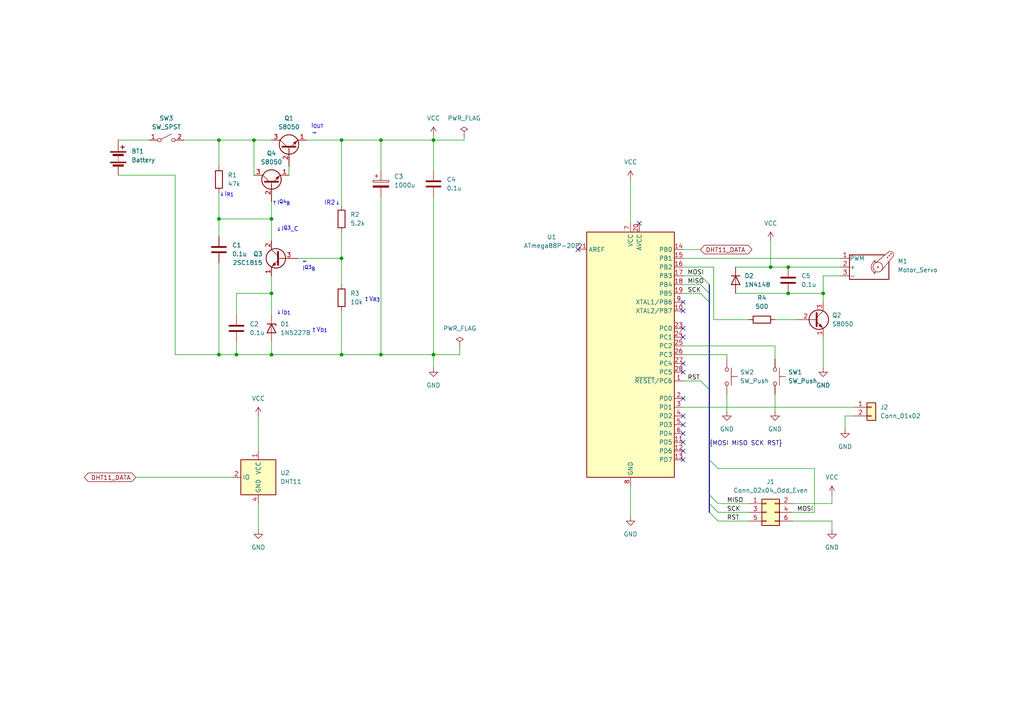
<source format=kicad_sch>
(kicad_sch (version 20230121) (generator eeschema)
  (paper "A4")
  (lib_symbols
    (symbol "Connector_Generic:Conn_01x02" (pin_names (offset 1.016) hide)
      (property "Reference" "J" (at 0 2.54 0))
      (property "Value" "Conn_01x02" (at 0 -5.08 0))
      (symbol "Conn_01x02_1_1"
        (rectangle (start -1.27 -2.413) (end 0 -2.667) (stroke (width 0.1524)))
        (rectangle (start -1.27 0.127) (end 0 -0.127) (stroke (width 0.1524)))
        (rectangle (start -1.27 1.27) (end 1.27 -3.81) (stroke (width 0.254)) (fill (type background)))
        (pin passive line (at -5.08 0 0) (length 3.81) (name "Pin_1") (number "1"))
        (pin passive line (at -5.08 -2.54 0) (length 3.81) (name "Pin_2") (number "2"))
      )
    )
    (symbol "Connector_Generic:Conn_02x03_Odd_Even" (pin_names (offset 1.016) hide)
      (property "Reference" "J" (at 1.27 5.08 0))
      (property "Value" "Conn_02x03_Odd_Even" (at 1.27 -5.08 0))
      (symbol "Conn_02x03_Odd_Even_1_1"
        (rectangle (start -1.27 -2.413) (end 0 -2.667) (stroke (width 0.1524)))
        (rectangle (start -1.27 0.127) (end 0 -0.127) (stroke (width 0.1524)))
        (rectangle (start -1.27 2.667) (end 0 2.413) (stroke (width 0.1524)))
        (rectangle (start -1.27 3.81) (end 3.81 -3.81) (stroke (width 0.254)) (fill (type background)))
        (rectangle (start 3.81 -2.413) (end 2.54 -2.667) (stroke (width 0.1524)))
        (rectangle (start 3.81 0.127) (end 2.54 -0.127) (stroke (width 0.1524)))
        (rectangle (start 3.81 2.667) (end 2.54 2.413) (stroke (width 0.1524)))
        (pin passive line (at -5.08 2.54 0) (length 3.81) (name "Pin_1") (number "1"))
        (pin passive line (at 7.62 2.54 180) (length 3.81) (name "Pin_2") (number "2"))
        (pin passive line (at -5.08 0 0) (length 3.81) (name "Pin_3") (number "3"))
        (pin passive line (at 7.62 0 180) (length 3.81) (name "Pin_4") (number "4"))
        (pin passive line (at -5.08 -2.54 0) (length 3.81) (name "Pin_5") (number "5"))
        (pin passive line (at 7.62 -2.54 180) (length 3.81) (name "Pin_6") (number "6"))
      )
    )
    (symbol "Device:Battery" (pin_numbers hide) (pin_names (offset 0) hide)
      (property "Reference" "BT" (at 2.54 2.54 0))
      (property "Value" "Battery" (at 2.54 0 0))
      (symbol "Battery_0_1"
        (rectangle (start -2.286 -1.27) (end 2.286 -1.524) (fill (type outline)))
        (rectangle (start -2.286 1.778) (end 2.286 1.524) (fill (type outline)))
        (rectangle (start -1.524 -2.032) (end 1.524 -2.54) (fill (type outline)))
        (rectangle (start -1.524 1.016) (end 1.524 0.508) (fill (type outline)))
        (polyline (pts (xy 0 -1.016) (xy 0 -0.762)))
        (polyline (pts (xy 0 -0.508) (xy 0 -0.254)))
        (polyline (pts (xy 0 0) (xy 0 0.254)))
        (polyline (pts (xy 0 1.778) (xy 0 2.54)))
        (polyline (pts (xy 0.762 3.048) (xy 1.778 3.048)) (stroke (width 0.254)))
        (polyline (pts (xy 1.27 3.556) (xy 1.27 2.54)) (stroke (width 0.254)))
      )
      (symbol "Battery_1_1"
        (pin passive line (at 0 5.08 270) (length 2.54) (name "+") (number "1"))
        (pin passive line (at 0 -5.08 90) (length 2.54) (name "-") (number "2"))
      )
    )
    (symbol "Device:C" (pin_numbers hide) (pin_names (offset 0.254))
      (property "Reference" "C" (at 0.635 2.54 0))
      (property "Value" "C" (at 0.635 -2.54 0))
      (symbol "C_0_1"
        (polyline (pts (xy -2.032 -0.762) (xy 2.032 -0.762)) (stroke (width 0.508)))
        (polyline (pts (xy -2.032 0.762) (xy 2.032 0.762)) (stroke (width 0.508)))
      )
      (symbol "C_1_1"
        (pin passive line (at 0 3.81 270) (length 2.794) (name "~") (number "1"))
        (pin passive line (at 0 -3.81 90) (length 2.794) (name "~") (number "2"))
      )
    )
    (symbol "Device:C_Polarized" (pin_numbers hide) (pin_names (offset 0.254))
      (property "Reference" "C" (at 0.635 2.54 0))
      (property "Value" "C_Polarized" (at 0.635 -2.54 0))
      (symbol "C_Polarized_0_1"
        (rectangle (start -2.286 0.508) (end 2.286 1.016))
        (polyline (pts (xy -1.778 2.286) (xy -0.762 2.286)))
        (polyline (pts (xy -1.27 2.794) (xy -1.27 1.778)))
        (rectangle (start 2.286 -0.508) (end -2.286 -1.016) (fill (type outline)))
      )
      (symbol "C_Polarized_1_1"
        (pin passive line (at 0 3.81 270) (length 2.794) (name "~") (number "1"))
        (pin passive line (at 0 -3.81 90) (length 2.794) (name "~") (number "2"))
      )
    )
    (symbol "Device:D" (pin_numbers hide) (pin_names (offset 1.016) hide)
      (property "Reference" "D" (at 0 2.54 0))
      (property "Value" "D" (at 0 -2.54 0))
      (symbol "D_0_1"
        (polyline (pts (xy -1.27 1.27) (xy -1.27 -1.27)) (stroke (width 0.254)))
        (polyline (pts (xy 1.27 0) (xy -1.27 0)))
        (polyline (pts (xy 1.27 1.27) (xy 1.27 -1.27) (xy -1.27 0) (xy 1.27 1.27)) (stroke (width 0.254)))
      )
      (symbol "D_1_1"
        (pin passive line (at -3.81 0 0) (length 2.54) (name "K") (number "1"))
        (pin passive line (at 3.81 0 180) (length 2.54) (name "A") (number "2"))
      )
    )
    (symbol "Device:D_Zener" (pin_numbers hide) (pin_names (offset 1.016) hide)
      (property "Reference" "D" (at 0 2.54 0))
      (property "Value" "D_Zener" (at 0 -2.54 0))
      (symbol "D_Zener_0_1"
        (polyline (pts (xy 1.27 0) (xy -1.27 0)))
        (polyline (pts (xy -1.27 -1.27) (xy -1.27 1.27) (xy -0.762 1.27)) (stroke (width 0.254)))
        (polyline (pts (xy 1.27 -1.27) (xy 1.27 1.27) (xy -1.27 0) (xy 1.27 -1.27)) (stroke (width 0.254)))
      )
      (symbol "D_Zener_1_1"
        (pin passive line (at -3.81 0 0) (length 2.54) (name "K") (number "1"))
        (pin passive line (at 3.81 0 180) (length 2.54) (name "A") (number "2"))
      )
    )
    (symbol "Device:R" (pin_numbers hide) (pin_names (offset 0))
      (property "Reference" "R" (at 2.032 0 90))
      (property "Value" "R" (at 0 0 90))
      (symbol "R_0_1"
        (rectangle (start -1.016 -2.54) (end 1.016 2.54) (stroke (width 0.254)))
      )
      (symbol "R_1_1"
        (pin passive line (at 0 3.81 270) (length 1.27) (name "~") (number "1"))
        (pin passive line (at 0 -3.81 90) (length 1.27) (name "~") (number "2"))
      )
    )
    (symbol "MCU_Microchip_ATmega:ATmega88P-20P"
      (property "Reference" "U" (at -12.7 36.83 0))
      (property "Value" "ATmega88P-20P" (at 2.54 -36.83 0))
      (symbol "ATmega88P-20P_0_1"
        (rectangle (start -12.7 -35.56) (end 12.7 35.56) (stroke (width 0.254)) (fill (type background)))
      )
      (symbol "ATmega88P-20P_1_1"
        (pin bidirectional line (at 15.24 -7.62 180) (length 2.54) (name "~{RESET}/PC6") (number "1"))
        (pin bidirectional line (at 15.24 12.7 180) (length 2.54) (name "XTAL2/PB7") (number "10"))
        (pin bidirectional line (at 15.24 -25.4 180) (length 2.54) (name "PD5") (number "11"))
        (pin bidirectional line (at 15.24 -27.94 180) (length 2.54) (name "PD6") (number "12"))
        (pin bidirectional line (at 15.24 -30.48 180) (length 2.54) (name "PD7") (number "13"))
        (pin bidirectional line (at 15.24 30.48 180) (length 2.54) (name "PB0") (number "14"))
        (pin bidirectional line (at 15.24 27.94 180) (length 2.54) (name "PB1") (number "15"))
        (pin bidirectional line (at 15.24 25.4 180) (length 2.54) (name "PB2") (number "16"))
        (pin bidirectional line (at 15.24 22.86 180) (length 2.54) (name "PB3") (number "17"))
        (pin bidirectional line (at 15.24 20.32 180) (length 2.54) (name "PB4") (number "18"))
        (pin bidirectional line (at 15.24 17.78 180) (length 2.54) (name "PB5") (number "19"))
        (pin bidirectional line (at 15.24 -12.7 180) (length 2.54) (name "PD0") (number "2"))
        (pin power_in line (at 2.54 38.1 270) (length 2.54) (name "AVCC") (number "20"))
        (pin passive line (at -15.24 30.48 0) (length 2.54) (name "AREF") (number "21"))
        (pin passive line (at 0 -38.1 90) (length 2.54) hide (name "GND") (number "22"))
        (pin bidirectional line (at 15.24 7.62 180) (length 2.54) (name "PC0") (number "23"))
        (pin bidirectional line (at 15.24 5.08 180) (length 2.54) (name "PC1") (number "24"))
        (pin bidirectional line (at 15.24 2.54 180) (length 2.54) (name "PC2") (number "25"))
        (pin bidirectional line (at 15.24 0 180) (length 2.54) (name "PC3") (number "26"))
        (pin bidirectional line (at 15.24 -2.54 180) (length 2.54) (name "PC4") (number "27"))
        (pin bidirectional line (at 15.24 -5.08 180) (length 2.54) (name "PC5") (number "28"))
        (pin bidirectional line (at 15.24 -15.24 180) (length 2.54) (name "PD1") (number "3"))
        (pin bidirectional line (at 15.24 -17.78 180) (length 2.54) (name "PD2") (number "4"))
        (pin bidirectional line (at 15.24 -20.32 180) (length 2.54) (name "PD3") (number "5"))
        (pin bidirectional line (at 15.24 -22.86 180) (length 2.54) (name "PD4") (number "6"))
        (pin power_in line (at 0 38.1 270) (length 2.54) (name "VCC") (number "7"))
        (pin power_in line (at 0 -38.1 90) (length 2.54) (name "GND") (number "8"))
        (pin bidirectional line (at 15.24 15.24 180) (length 2.54) (name "XTAL1/PB6") (number "9"))
      )
    )
    (symbol "Motor:Motor_Servo" (pin_names (offset 0.0254))
      (property "Reference" "M" (at -5.08 4.445 0))
      (property "Value" "Motor_Servo" (at -5.08 -4.064 0))
      (symbol "Motor_Servo_0_1"
        (polyline (pts (xy 2.413 -1.778) (xy 2.032 -1.778)))
        (polyline (pts (xy 2.413 -1.778) (xy 2.286 -1.397)))
        (polyline (pts (xy 2.413 1.778) (xy 1.905 1.778)))
        (polyline (pts (xy 2.413 1.778) (xy 2.286 1.397)))
        (polyline (pts (xy 6.35 4.445) (xy 2.54 1.27)))
        (polyline (pts (xy 7.62 3.175) (xy 4.191 -1.016)))
        (polyline (pts (xy 5.08 3.556) (xy -5.08 3.556) (xy -5.08 -3.556) (xy 6.35 -3.556) (xy 6.35 1.524)) (stroke (width 0.254)))
        (arc (start 2.413 1.778) (mid 1.2406 0) (end 2.413 -1.778))
        (circle (center 3.175 0) (radius 0.1778))
        (circle (center 3.175 0) (radius 1.4224))
        (circle (center 5.969 2.794) (radius 0.127))
        (circle (center 6.477 3.302) (radius 0.127))
        (circle (center 6.985 3.81) (radius 0.127))
        (arc (start 7.62 3.175) (mid 7.4485 4.2735) (end 6.35 4.445))
      )
      (symbol "Motor_Servo_1_1"
        (pin passive line (at -7.62 2.54 0) (length 2.54) (name "PWM") (number "1"))
        (pin passive line (at -7.62 0 0) (length 2.54) (name "+") (number "2"))
        (pin passive line (at -7.62 -2.54 0) (length 2.54) (name "-") (number "3"))
      )
    )
    (symbol "Sensor:DHT11"
      (property "Reference" "U" (at -3.81 6.35 0))
      (property "Value" "DHT11" (at 3.81 6.35 0))
      (symbol "DHT11_0_1"
        (rectangle (start -5.08 5.08) (end 5.08 -5.08) (stroke (width 0.254)) (fill (type background)))
      )
      (symbol "DHT11_1_1"
        (pin power_in line (at 0 7.62 270) (length 2.54) (name "VCC") (number "1"))
        (pin bidirectional line (at 7.62 0 180) (length 2.54) (name "IO") (number "2"))
        (pin no_connect line (at -5.08 0 0) (length 2.54) hide (name "NC") (number "3"))
        (pin power_in line (at 0 -7.62 90) (length 2.54) (name "GND") (number "4"))
      )
    )
    (symbol "Switch:SW_Push" (pin_numbers hide) (pin_names (offset 1.016) hide)
      (property "Reference" "SW" (at 1.27 2.54 0))
      (property "Value" "SW_Push" (at 0 -1.524 0))
      (symbol "SW_Push_0_1"
        (circle (center -2.032 0) (radius 0.508))
        (polyline (pts (xy 0 1.27) (xy 0 3.048)))
        (polyline (pts (xy 2.54 1.27) (xy -2.54 1.27)))
        (circle (center 2.032 0) (radius 0.508))
        (pin passive line (at -5.08 0 0) (length 2.54) (name "1") (number "1"))
        (pin passive line (at 5.08 0 180) (length 2.54) (name "2") (number "2"))
      )
    )
    (symbol "Switch:SW_SPST" (pin_names (offset 0) hide)
      (property "Reference" "SW" (at 0 3.175 0))
      (property "Value" "SW_SPST" (at 0 -2.54 0))
      (symbol "SW_SPST_0_0"
        (circle (center -2.032 0) (radius 0.508))
        (polyline (pts (xy -1.524 0.254) (xy 1.524 1.778)))
        (circle (center 2.032 0) (radius 0.508))
      )
      (symbol "SW_SPST_1_1"
        (pin passive line (at -5.08 0 0) (length 2.54) (name "A") (number "1"))
        (pin passive line (at 5.08 0 180) (length 2.54) (name "B") (number "2"))
      )
    )
    (symbol "Transistor_BJT:2SC1815" (pin_names (offset 0) hide)
      (property "Reference" "Q" (at 5.08 1.905 0))
      (property "Value" "2SC1815" (at 5.08 0 0))
      (symbol "2SC1815_0_1"
        (polyline (pts (xy 0 0) (xy 0.508 0)))
        (polyline (pts (xy 0.635 0.635) (xy 2.54 2.54)))
        (polyline (pts (xy 0.635 -0.635) (xy 2.54 -2.54) (xy 2.54 -2.54)))
        (polyline (pts (xy 0.635 1.905) (xy 0.635 -1.905) (xy 0.635 -1.905)) (stroke (width 0.508)))
        (polyline (pts (xy 1.27 -1.778) (xy 1.778 -1.27) (xy 2.286 -2.286) (xy 1.27 -1.778) (xy 1.27 -1.778)) (fill (type outline)))
        (circle (center 1.27 0) (radius 2.8194) (stroke (width 0.254)))
      )
      (symbol "2SC1815_1_1"
        (pin passive line (at 2.54 -5.08 90) (length 2.54) (name "E") (number "1"))
        (pin passive line (at 2.54 5.08 270) (length 2.54) (name "C") (number "2"))
        (pin input line (at -5.08 0 0) (length 5.08) (name "B") (number "3"))
      )
    )
    (symbol "Transistor_BJT:S8050" (pin_names (offset 0) hide)
      (property "Reference" "Q" (at 5.08 1.905 0))
      (property "Value" "S8050" (at 5.08 0 0))
      (symbol "S8050_0_1"
        (polyline (pts (xy 0 0) (xy 0.635 0)))
        (polyline (pts (xy 0.635 0.635) (xy 2.54 2.54)))
        (polyline (pts (xy 0.635 -0.635) (xy 2.54 -2.54) (xy 2.54 -2.54)))
        (polyline (pts (xy 0.635 1.905) (xy 0.635 -1.905) (xy 0.635 -1.905)) (stroke (width 0.508)))
        (polyline (pts (xy 1.27 -1.778) (xy 1.778 -1.27) (xy 2.286 -2.286) (xy 1.27 -1.778) (xy 1.27 -1.778)) (fill (type outline)))
        (circle (center 1.27 0) (radius 2.8194) (stroke (width 0.254)))
      )
      (symbol "S8050_1_1"
        (pin passive line (at 2.54 -5.08 90) (length 2.54) (name "E") (number "1"))
        (pin input line (at -5.08 0 0) (length 5.08) (name "B") (number "2"))
        (pin passive line (at 2.54 5.08 270) (length 2.54) (name "C") (number "3"))
      )
    )
    (symbol "power:GND" (power) (pin_names (offset 0))
      (property "Value" "GND" (at 0 -3.81 0))
      (symbol "GND_0_1"
        (polyline (pts (xy 0 0) (xy 0 -1.27) (xy 1.27 -1.27) (xy 0 -2.54) (xy -1.27 -1.27) (xy 0 -1.27)))
      )
      (symbol "GND_1_1"
        (pin power_in line (at 0 0 270) (length 0) hide (name "GND") (number "1"))
      )
    )
    (symbol "power:PWR_FLAG" (power) (pin_numbers hide) (pin_names (offset 0) hide)
      (property "Value" "PWR_FLAG" (at 0 3.81 0))
      (symbol "PWR_FLAG_0_0"
        (pin power_out line (at 0 0 90) (length 0) (name "pwr") (number "1"))
      )
      (symbol "PWR_FLAG_0_1"
        (polyline (pts (xy 0 0) (xy 0 1.27) (xy -1.016 1.905) (xy 0 2.54) (xy 1.016 1.905) (xy 0 1.27)))
      )
    )
    (symbol "power:VCC" (power) (pin_names (offset 0))
      (property "Value" "VCC" (at 0 3.81 0))
      (symbol "VCC_0_1"
        (polyline (pts (xy -0.762 1.27) (xy 0 2.54)))
        (polyline (pts (xy 0 0) (xy 0 2.54)))
        (polyline (pts (xy 0 2.54) (xy 0.762 1.27)))
      )
      (symbol "VCC_1_1"
        (pin power_in line (at 0 0 90) (length 0) hide (name "VCC") (number "1"))
      )
    )
  )
  (junction (at 110.49 102.87))
  (junction (at 73.66 40.64))
  (junction (at 63.5 102.87))
  (junction (at 228.6 85.09))
  (junction (at 228.6 77.47))
  (junction (at 99.06 40.64))
  (junction (at 68.58 102.87))
  (junction (at 125.73 102.87))
  (junction (at 78.74 102.87))
  (junction (at 99.06 102.87))
  (junction (at 110.49 40.64))
  (junction (at 125.73 40.64))
  (junction (at 63.5 63.5))
  (junction (at 99.06 74.93))
  (junction (at 78.74 63.5))
  (junction (at 238.76 85.09))
  (junction (at 223.52 77.47))
  (junction (at 78.74 85.09))
  (junction (at 63.5 40.64))
  (no_connect (at 198.12 130.81))
  (no_connect (at 198.12 123.19))
  (no_connect (at 198.12 87.63))
  (no_connect (at 198.12 125.73))
  (no_connect (at 185.42 64.77))
  (no_connect (at 198.12 107.95))
  (no_connect (at 198.12 133.35))
  (no_connect (at 167.64 72.39))
  (no_connect (at 198.12 95.25))
  (no_connect (at 198.12 97.79))
  (no_connect (at 198.12 120.65))
  (no_connect (at 198.12 128.27))
  (no_connect (at 198.12 90.17))
  (no_connect (at 198.12 105.41))
  (no_connect (at 198.12 115.57))
  (bus_entry (at 203.2 80.01) (size 2.54 2.54))
  (bus_entry (at 205.74 148.59) (size 2.54 2.54))
  (bus_entry (at 205.74 133.35) (size 2.54 2.54))
  (bus_entry (at 203.2 110.49) (size 2.54 2.54))
  (bus_entry (at 205.74 143.51) (size 2.54 2.54))
  (bus_entry (at 203.2 82.55) (size 2.54 2.54))
  (bus_entry (at 205.74 146.05) (size 2.54 2.54))
  (bus_entry (at 203.2 85.09) (size 2.54 2.54))
  (wire (pts (xy 228.6 85.09) (xy 238.76 85.09)))
  (wire (pts (xy 245.11 120.65) (xy 245.11 124.46)))
  (wire (pts (xy 88.9 40.64) (xy 99.06 40.64)))
  (wire (pts (xy 110.49 40.64) (xy 125.73 40.64)))
  (wire (pts (xy 247.65 120.65) (xy 245.11 120.65)))
  (wire (pts (xy 208.28 146.05) (xy 217.17 146.05)))
  (wire (pts (xy 229.87 151.13) (xy 241.3 151.13)))
  (wire (pts (xy 63.5 40.64) (xy 73.66 40.64)))
  (wire (pts (xy 78.74 63.5) (xy 63.5 63.5)))
  (wire (pts (xy 63.5 63.5) (xy 63.5 68.58)))
  (bus (pts (xy 205.74 113.03) (xy 205.74 133.35)))
  (wire (pts (xy 125.73 102.87) (xy 125.73 106.68)))
  (wire (pts (xy 134.62 39.37) (xy 134.62 40.64)))
  (wire (pts (xy 125.73 40.64) (xy 125.73 49.53)))
  (wire (pts (xy 182.88 52.07) (xy 182.88 64.77)))
  (wire (pts (xy 241.3 151.13) (xy 241.3 153.67)))
  (wire (pts (xy 125.73 57.15) (xy 125.73 102.87)))
  (wire (pts (xy 198.12 82.55) (xy 203.2 82.55)))
  (wire (pts (xy 238.76 80.01) (xy 243.84 80.01)))
  (wire (pts (xy 110.49 57.15) (xy 110.49 102.87)))
  (wire (pts (xy 198.12 74.93) (xy 243.84 74.93)))
  (wire (pts (xy 78.74 58.42) (xy 78.74 63.5)))
  (wire (pts (xy 73.66 40.64) (xy 78.74 40.64)))
  (wire (pts (xy 110.49 40.64) (xy 110.49 49.53)))
  (wire (pts (xy 99.06 74.93) (xy 99.06 82.55)))
  (wire (pts (xy 198.12 77.47) (xy 207.01 77.47)))
  (wire (pts (xy 238.76 87.63) (xy 238.76 85.09)))
  (wire (pts (xy 182.88 140.97) (xy 182.88 149.86)))
  (wire (pts (xy 223.52 69.85) (xy 223.52 77.47)))
  (wire (pts (xy 34.29 40.64) (xy 43.18 40.64)))
  (wire (pts (xy 63.5 76.2) (xy 63.5 102.87)))
  (wire (pts (xy 83.82 48.26) (xy 83.82 50.8)))
  (wire (pts (xy 53.34 40.64) (xy 63.5 40.64)))
  (wire (pts (xy 78.74 63.5) (xy 78.74 69.85)))
  (wire (pts (xy 110.49 102.87) (xy 125.73 102.87)))
  (wire (pts (xy 50.8 50.8) (xy 50.8 102.87)))
  (wire (pts (xy 210.82 102.87) (xy 210.82 104.14)))
  (wire (pts (xy 99.06 67.31) (xy 99.06 74.93)))
  (wire (pts (xy 99.06 40.64) (xy 110.49 40.64)))
  (wire (pts (xy 224.79 114.3) (xy 224.79 119.38)))
  (wire (pts (xy 63.5 48.26) (xy 63.5 40.64)))
  (wire (pts (xy 241.3 143.51) (xy 241.3 146.05)))
  (wire (pts (xy 78.74 80.01) (xy 78.74 85.09)))
  (wire (pts (xy 198.12 100.33) (xy 224.79 100.33)))
  (wire (pts (xy 229.87 146.05) (xy 241.3 146.05)))
  (wire (pts (xy 198.12 102.87) (xy 210.82 102.87)))
  (wire (pts (xy 236.22 135.89) (xy 236.22 148.59)))
  (bus (pts (xy 205.74 133.35) (xy 205.74 143.51)))
  (wire (pts (xy 74.93 146.05) (xy 74.93 153.67)))
  (wire (pts (xy 68.58 85.09) (xy 68.58 91.44)))
  (wire (pts (xy 198.12 85.09) (xy 203.2 85.09)))
  (wire (pts (xy 39.37 138.43) (xy 67.31 138.43)))
  (wire (pts (xy 208.28 148.59) (xy 217.17 148.59)))
  (wire (pts (xy 99.06 40.64) (xy 99.06 59.69)))
  (wire (pts (xy 34.29 50.8) (xy 50.8 50.8)))
  (wire (pts (xy 78.74 85.09) (xy 68.58 85.09)))
  (wire (pts (xy 74.93 120.65) (xy 74.93 130.81)))
  (wire (pts (xy 68.58 102.87) (xy 78.74 102.87)))
  (wire (pts (xy 236.22 148.59) (xy 229.87 148.59)))
  (bus (pts (xy 205.74 146.05) (xy 205.74 148.59)))
  (bus (pts (xy 205.74 85.09) (xy 205.74 87.63)))
  (wire (pts (xy 134.62 40.64) (xy 125.73 40.64)))
  (wire (pts (xy 125.73 39.37) (xy 125.73 40.64)))
  (wire (pts (xy 224.79 92.71) (xy 231.14 92.71)))
  (wire (pts (xy 208.28 135.89) (xy 236.22 135.89)))
  (wire (pts (xy 198.12 118.11) (xy 247.65 118.11)))
  (wire (pts (xy 73.66 50.8) (xy 73.66 40.64)))
  (wire (pts (xy 78.74 85.09) (xy 78.74 91.44)))
  (bus (pts (xy 205.74 87.63) (xy 205.74 113.03)))
  (wire (pts (xy 238.76 85.09) (xy 238.76 80.01)))
  (wire (pts (xy 198.12 110.49) (xy 203.2 110.49)))
  (wire (pts (xy 63.5 55.88) (xy 63.5 63.5)))
  (wire (pts (xy 224.79 100.33) (xy 224.79 104.14)))
  (wire (pts (xy 210.82 114.3) (xy 210.82 119.38)))
  (wire (pts (xy 86.36 74.93) (xy 99.06 74.93)))
  (wire (pts (xy 238.76 97.79) (xy 238.76 106.68)))
  (wire (pts (xy 78.74 102.87) (xy 99.06 102.87)))
  (bus (pts (xy 205.74 143.51) (xy 205.74 146.05)))
  (wire (pts (xy 78.74 99.06) (xy 78.74 102.87)))
  (wire (pts (xy 228.6 77.47) (xy 243.84 77.47)))
  (wire (pts (xy 207.01 77.47) (xy 207.01 92.71)))
  (wire (pts (xy 198.12 72.39) (xy 203.2 72.39)))
  (wire (pts (xy 213.36 77.47) (xy 223.52 77.47)))
  (wire (pts (xy 213.36 85.09) (xy 228.6 85.09)))
  (bus (pts (xy 205.74 82.55) (xy 205.74 85.09)))
  (wire (pts (xy 50.8 102.87) (xy 63.5 102.87)))
  (wire (pts (xy 133.35 100.33) (xy 133.35 102.87)))
  (wire (pts (xy 63.5 102.87) (xy 68.58 102.87)))
  (wire (pts (xy 223.52 77.47) (xy 228.6 77.47)))
  (wire (pts (xy 198.12 80.01) (xy 203.2 80.01)))
  (wire (pts (xy 99.06 90.17) (xy 99.06 102.87)))
  (wire (pts (xy 207.01 92.71) (xy 217.17 92.71)))
  (wire (pts (xy 208.28 151.13) (xy 217.17 151.13)))
  (wire (pts (xy 110.49 102.87) (xy 99.06 102.87)))
  (wire (pts (xy 68.58 99.06) (xy 68.58 102.87)))
  (wire (pts (xy 133.35 102.87) (xy 125.73 102.87)))
  (text "↑I^{Q4}_{B}" (at 78.74 59.69 0) (effects (font (size 1.27 1.27)) (justify left bottom)))
  (text "IR2↓" (at 93.98 59.69 0) (effects (font (size 1.27 1.27)) (justify left bottom)))
  (text "↓I_{D1}\n" (at 80.01 91.44 0) (effects (font (size 1.27 1.27)) (justify left bottom)))
  (text "↓I^{Q3}_C" (at 80.01 67.31 0) (effects (font (size 1.27 1.27)) (justify left bottom)))
  (text "I_{OUT}\n→" (at 90.17 39.37 0) (effects (font (size 1.27 1.27)) (justify left bottom)))
  (text "↓I_{R1}" (at 63.5 57.15 0) (effects (font (size 1.27 1.27)) (justify left bottom)))
  (text "↥V_{R3}" (at 105.41 87.63 0) (effects (font (size 1.27 1.27)) (justify left bottom)))
  (text "←\nI^{Q3}_{B}" (at 87.63 78.74 0) (effects (font (size 1.27 1.27)) (justify left bottom)))
  (text "↥V_{D1}" (at 90.17 96.52 0) (effects (font (size 1.27 1.27)) (justify left bottom)))
  (label "{MOSI MISO SCK RST}" (at 205.74 129.54 0))
  (label "MISO" (at 199.39 82.55 0))
  (label "MOSI" (at 231.14 148.59 0))
  (label "SCK" (at 210.82 148.59 0))
  (label "SCK" (at 199.39 85.09 0))
  (label "MISO" (at 210.82 146.05 0))
  (label "RST" (at 199.39 110.49 0))
  (label "MOSI" (at 199.39 80.01 0))
  (label "RST" (at 210.82 151.13 0))
  (global_label "DHT11_DATA" (shape bidirectional) (at 39.37 138.43 180) (property "Intersheetrefs" "${INTERSHEET_REFS}" (effects hide)))
  (global_label "DHT11_DATA" (shape bidirectional) (at 203.2 72.39 0) (property "Intersheetrefs" "${INTERSHEET_REFS}" (effects hide)))
  (symbol (lib_id "Transistor_BJT:S8050") (at 236.22 92.71 0) (unit 1)
    (property "Reference" "Q2" (at 241.3 91.44 0) (effects (justify left)))
    (property "Value" "S8050" (at 241.3 93.98 0) (effects (justify left)))
    (property "Footprint" "Package_TO_SOT_THT:TO-92_Inline_Wide" (effects hide))
    (property "Datasheet" "http://www.unisonic.com.tw/datasheet/S8050.pdf" (effects hide))
  )
  (symbol (lib_id "Sensor:DHT11") (at 74.93 138.43 0) (mirror y) (unit 1)
    (property "Reference" "U2" (at 81.28 137.16 0) (effects (justify right)))
    (property "Value" "DHT11" (at 81.28 139.7 0) (effects (justify right)))
    (property "Footprint" "Sensor:Aosong_DHT11_5.5x12.0_P2.54mm" (effects hide))
    (property "Datasheet" "http://akizukidenshi.com/download/ds/aosong/DHT11.pdf" (effects hide))
  )
  (symbol (lib_id "power:VCC") (at 182.88 52.07 0) (unit 1)
    (property "Reference" "#PWR012" (effects hide))
    (property "Value" "VCC" (at 182.88 46.99 0))
  )
  (symbol (lib_id "Connector_Generic:Conn_01x02") (at 252.73 118.11 0) (unit 1)
    (property "Reference" "J2" (at 255.27 118.11 0) (effects (justify left)))
    (property "Value" "Conn_01x02" (at 255.27 120.65 0) (effects (justify left)))
    (property "Footprint" "Connector_PinHeader_2.54mm:PinHeader_1x02_P2.54mm_Vertical" (effects hide))
  )
  (symbol (lib_id "MCU_Microchip_ATmega:ATmega88P-20P") (at 182.88 102.87 0) (unit 1)
    (property "Reference" "U1" (at 160.02 68.7421 0))
    (property "Value" "ATmega88P-20P" (at 160.02 71.2821 0))
    (property "Footprint" "Package_DIP:DIP-28_W7.62mm" (effects hide))
    (property "Datasheet" "http://ww1.microchip.com/downloads/en/DeviceDoc/Atmel-8025-8-bit-AVR-Microcontroller-ATmega48P-88P-168P_Datasheet.pdf" (effects hide))
  )
  (symbol (lib_id "power:GND") (at 210.82 119.38 0) (unit 1)
    (property "Reference" "#PWR03" (effects hide))
    (property "Value" "GND" (at 210.82 124.46 0))
  )
  (symbol (lib_id "Device:C") (at 63.5 72.39 0) (unit 1)
    (property "Reference" "C1" (at 67.31 71.12 0) (effects (justify left)))
    (property "Value" "0.1u" (at 67.31 73.66 0) (effects (justify left)))
    (property "Footprint" "Capacitor_THT:C_Disc_D4.3mm_W1.9mm_P5.00mm" (effects hide))
  )
  (symbol (lib_id "Device:D_Zener") (at 78.74 95.25 270) (unit 1)
    (property "Reference" "D1" (at 81.28 93.98 90) (effects (justify left)))
    (property "Value" "1N5227B" (at 81.28 96.52 90) (effects (justify left)))
    (property "Footprint" "Diode_THT:D_A-405_P10.16mm_Horizontal" (effects hide))
  )
  (symbol (lib_id "Connector_Generic:Conn_02x03_Odd_Even") (at 222.25 148.59 0) (unit 1)
    (property "Reference" "J1" (at 223.52 139.7 0))
    (property "Value" "Conn_02x04_Odd_Even" (at 223.52 142.24 0))
    (property "Footprint" "Connector_PinHeader_2.54mm:PinHeader_2x03_P2.54mm_Vertical" (effects hide))
  )
  (symbol (lib_id "power:GND") (at 238.76 106.68 0) (unit 1)
    (property "Reference" "#PWR08" (effects hide))
    (property "Value" "GND" (at 238.76 111.76 0))
  )
  (symbol (lib_id "power:GND") (at 74.93 153.67 0) (unit 1)
    (property "Reference" "#PWR09" (effects hide))
    (property "Value" "GND" (at 74.93 158.75 0))
  )
  (symbol (lib_id "power:PWR_FLAG") (at 133.35 100.33 0) (unit 1)
    (property "Reference" "#FLG02" (effects hide))
    (property "Value" "PWR_FLAG" (at 133.35 95.25 0))
  )
  (symbol (lib_id "power:GND") (at 224.79 119.38 0) (unit 1)
    (property "Reference" "#PWR02" (effects hide))
    (property "Value" "GND" (at 224.79 124.46 0))
  )
  (symbol (lib_id "Switch:SW_SPST") (at 48.26 40.64 0) (unit 1)
    (property "Reference" "SW3" (at 48.26 34.29 0))
    (property "Value" "SW_SPST" (at 48.26 36.83 0))
    (property "Footprint" "Connector_JST:JST_XH_B2B-XH-AM_1x02_P2.50mm_Vertical" (effects hide))
  )
  (symbol (lib_id "Transistor_BJT:S8050") (at 78.74 53.34 90) (unit 1)
    (property "Reference" "Q4" (at 78.74 44.45 90))
    (property "Value" "S8050" (at 78.74 46.99 90))
    (property "Footprint" "Package_TO_SOT_THT:TO-92_Inline_Wide" (effects hide))
    (property "Datasheet" "http://www.unisonic.com.tw/datasheet/S8050.pdf" (effects hide))
  )
  (symbol (lib_id "power:VCC") (at 223.52 69.85 0) (unit 1)
    (property "Reference" "#PWR013" (effects hide))
    (property "Value" "VCC" (at 223.52 64.77 0))
  )
  (symbol (lib_id "Device:R") (at 220.98 92.71 90) (unit 1)
    (property "Reference" "R4" (at 220.98 86.36 90))
    (property "Value" "500" (at 220.98 88.9 90))
    (property "Footprint" "Resistor_THT:R_Axial_DIN0207_L6.3mm_D2.5mm_P2.54mm_Vertical" (effects hide))
  )
  (symbol (lib_id "power:VCC") (at 241.3 143.51 0) (unit 1)
    (property "Reference" "#PWR05" (effects hide))
    (property "Value" "VCC" (at 241.3 138.43 0))
  )
  (symbol (lib_id "power:GND") (at 245.11 124.46 0) (unit 1)
    (property "Reference" "#PWR06" (effects hide))
    (property "Value" "GND" (at 245.11 129.54 0))
  )
  (symbol (lib_id "Device:R") (at 99.06 86.36 0) (unit 1)
    (property "Reference" "R3" (at 101.6 85.09 0) (effects (justify left)))
    (property "Value" "10k" (at 101.6 87.63 0) (effects (justify left)))
    (property "Footprint" "Resistor_THT:R_Axial_DIN0309_L9.0mm_D3.2mm_P15.24mm_Horizontal" (effects hide))
  )
  (symbol (lib_id "power:VCC") (at 125.73 39.37 0) (unit 1)
    (property "Reference" "#PWR011" (effects hide))
    (property "Value" "VCC" (at 125.73 34.29 0))
  )
  (symbol (lib_id "Device:R") (at 99.06 63.5 0) (unit 1)
    (property "Reference" "R2" (at 101.6 62.23 0) (effects (justify left)))
    (property "Value" "5.2k" (at 101.6 64.77 0) (effects (justify left)))
    (property "Footprint" "Resistor_THT:R_Axial_DIN0309_L9.0mm_D3.2mm_P15.24mm_Horizontal" (effects hide))
  )
  (symbol (lib_id "Device:C") (at 125.73 53.34 0) (unit 1)
    (property "Reference" "C4" (at 129.54 52.07 0) (effects (justify left)))
    (property "Value" "0.1u" (at 129.54 54.61 0) (effects (justify left)))
    (property "Footprint" "Capacitor_THT:C_Disc_D4.3mm_W1.9mm_P5.00mm" (effects hide))
  )
  (symbol (lib_id "power:GND") (at 125.73 106.68 0) (unit 1)
    (property "Reference" "#PWR01" (effects hide))
    (property "Value" "GND" (at 125.73 111.76 0))
  )
  (symbol (lib_id "Device:C") (at 68.58 95.25 0) (unit 1)
    (property "Reference" "C2" (at 72.39 93.98 0) (effects (justify left)))
    (property "Value" "0.1u" (at 72.39 96.52 0) (effects (justify left)))
    (property "Footprint" "Capacitor_THT:C_Disc_D4.3mm_W1.9mm_P5.00mm" (effects hide))
  )
  (symbol (lib_id "Device:R") (at 63.5 52.07 0) (unit 1)
    (property "Reference" "R1" (at 66.04 50.8 0) (effects (justify left)))
    (property "Value" "47k" (at 66.04 53.34 0) (effects (justify left)))
    (property "Footprint" "Resistor_THT:R_Axial_DIN0309_L9.0mm_D3.2mm_P15.24mm_Horizontal" (effects hide))
  )
  (symbol (lib_id "Device:D") (at 213.36 81.28 270) (unit 1)
    (property "Reference" "D2" (at 215.9 80.01 90) (effects (justify left)))
    (property "Value" "1N4148" (at 215.9 82.55 90) (effects (justify left)))
    (property "Footprint" "Diode_THT:D_A-405_P10.16mm_Horizontal" (effects hide))
    (property "Sim.Device" "D" (effects hide))
    (property "Sim.Pins" "1=K 2=A" (effects hide))
  )
  (symbol (lib_id "Switch:SW_Push") (at 210.82 109.22 270) (unit 1)
    (property "Reference" "SW2" (at 214.63 107.95 90) (effects (justify left)))
    (property "Value" "SW_Push" (at 214.63 110.49 90) (effects (justify left)))
    (property "Footprint" "Button_Switch_THT:SW_PUSH_6mm_H7.3mm" (effects hide))
  )
  (symbol (lib_id "Device:C_Polarized") (at 110.49 53.34 0) (unit 1)
    (property "Reference" "C3" (at 114.3 51.181 0) (effects (justify left)))
    (property "Value" "1000u" (at 114.3 53.721 0) (effects (justify left)))
    (property "Footprint" "Capacitor_THT:CP_Radial_D10.0mm_P5.00mm" (effects hide))
  )
  (symbol (lib_id "power:GND") (at 241.3 153.67 0) (unit 1)
    (property "Reference" "#PWR04" (effects hide))
    (property "Value" "GND" (at 241.3 158.75 0))
  )
  (symbol (lib_id "power:GND") (at 182.88 149.86 0) (unit 1)
    (property "Reference" "#PWR07" (effects hide))
    (property "Value" "GND" (at 182.88 154.94 0))
  )
  (symbol (lib_id "power:PWR_FLAG") (at 134.62 39.37 0) (unit 1)
    (property "Reference" "#FLG01" (effects hide))
    (property "Value" "PWR_FLAG" (at 134.62 34.29 0))
  )
  (symbol (lib_id "power:VCC") (at 74.93 120.65 0) (unit 1)
    (property "Reference" "#PWR015" (effects hide))
    (property "Value" "VCC" (at 74.93 115.57 0))
  )
  (symbol (lib_id "Motor:Motor_Servo") (at 251.46 77.47 0) (unit 1)
    (property "Reference" "M1" (at 260.35 75.7666 0) (effects (justify left)))
    (property "Value" "Motor_Servo" (at 260.35 78.3066 0) (effects (justify left)))
    (property "Footprint" "Connector_JST:JST_XH_B3B-XH-AM_1x03_P2.50mm_Vertical" (effects hide))
    (property "Datasheet" "http://forums.parallax.com/uploads/attachments/46831/74481.png" (effects hide))
  )
  (symbol (lib_id "Device:Battery") (at 34.29 45.72 0) (unit 1)
    (property "Reference" "BT1" (at 38.1 43.8785 0) (effects (justify left)))
    (property "Value" "Battery" (at 38.1 46.4185 0) (effects (justify left)))
    (property "Footprint" "Connector_JST:JST_XH_B2B-XH-AM_1x02_P2.50mm_Vertical" (effects hide))
  )
  (symbol (lib_id "Transistor_BJT:S8050") (at 83.82 43.18 90) (unit 1)
    (property "Reference" "Q1" (at 83.82 34.29 90))
    (property "Value" "S8050" (at 83.82 36.83 90))
    (property "Footprint" "Package_TO_SOT_THT:TO-92_Inline_Wide" (effects hide))
    (property "Datasheet" "http://www.unisonic.com.tw/datasheet/S8050.pdf" (effects hide))
  )
  (symbol (lib_id "Device:C") (at 228.6 81.28 0) (unit 1)
    (property "Reference" "C5" (at 232.41 80.01 0) (effects (justify left)))
    (property "Value" "0.1u" (at 232.41 82.55 0) (effects (justify left)))
    (property "Footprint" "Capacitor_THT:C_Disc_D4.3mm_W1.9mm_P5.00mm" (effects hide))
  )
  (symbol (lib_id "Switch:SW_Push") (at 224.79 109.22 270) (unit 1)
    (property "Reference" "SW1" (at 228.6 107.95 90) (effects (justify left)))
    (property "Value" "SW_Push" (at 228.6 110.49 90) (effects (justify left)))
    (property "Footprint" "Button_Switch_THT:SW_PUSH_6mm_H7.3mm" (effects hide))
  )
  (symbol (lib_id "Transistor_BJT:2SC1815") (at 81.28 74.93 0) (mirror y) (unit 1)
    (property "Reference" "Q3" (at 76.2 73.66 0) (effects (justify left)))
    (property "Value" "2SC1815" (at 76.2 76.2 0) (effects (justify left)))
    (property "Footprint" "Package_TO_SOT_THT:TO-92_Inline_Wide" (effects hide))
    (property "Datasheet" "https://media.digikey.com/pdf/Data%20Sheets/Toshiba%20PDFs/2SC1815.pdf" (effects hide))
  )
)
</source>
